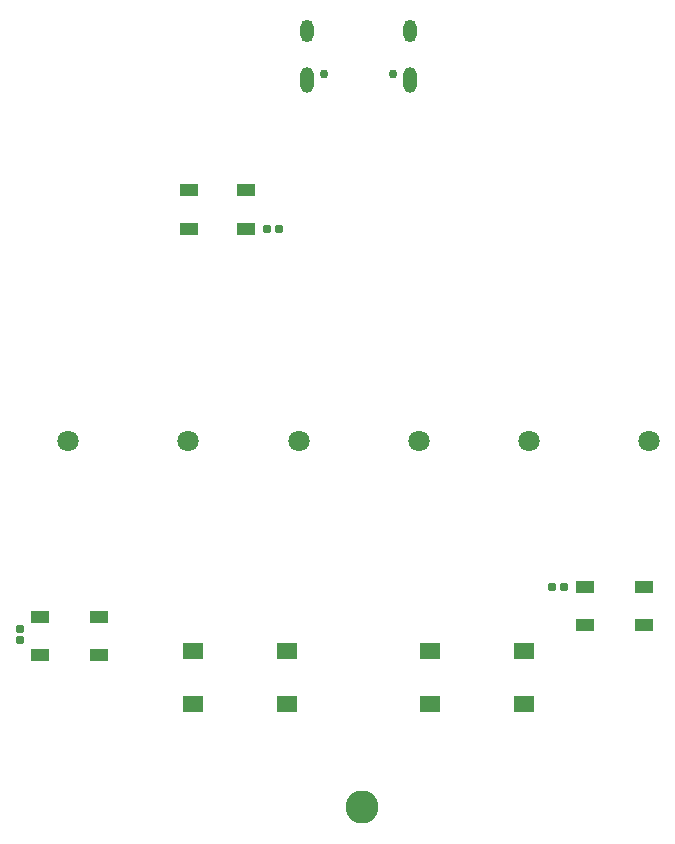
<source format=gbr>
G04 #@! TF.GenerationSoftware,KiCad,Pcbnew,(7.0.0-0)*
G04 #@! TF.CreationDate,2023-03-03T19:29:23-06:00*
G04 #@! TF.ProjectId,RP2040_minimal,52503230-3430-45f6-9d69-6e696d616c2e,REV1*
G04 #@! TF.SameCoordinates,Original*
G04 #@! TF.FileFunction,Soldermask,Top*
G04 #@! TF.FilePolarity,Negative*
%FSLAX46Y46*%
G04 Gerber Fmt 4.6, Leading zero omitted, Abs format (unit mm)*
G04 Created by KiCad (PCBNEW (7.0.0-0)) date 2023-03-03 19:29:23*
%MOMM*%
%LPD*%
G01*
G04 APERTURE LIST*
G04 Aperture macros list*
%AMRoundRect*
0 Rectangle with rounded corners*
0 $1 Rounding radius*
0 $2 $3 $4 $5 $6 $7 $8 $9 X,Y pos of 4 corners*
0 Add a 4 corners polygon primitive as box body*
4,1,4,$2,$3,$4,$5,$6,$7,$8,$9,$2,$3,0*
0 Add four circle primitives for the rounded corners*
1,1,$1+$1,$2,$3*
1,1,$1+$1,$4,$5*
1,1,$1+$1,$6,$7*
1,1,$1+$1,$8,$9*
0 Add four rect primitives between the rounded corners*
20,1,$1+$1,$2,$3,$4,$5,0*
20,1,$1+$1,$4,$5,$6,$7,0*
20,1,$1+$1,$6,$7,$8,$9,0*
20,1,$1+$1,$8,$9,$2,$3,0*%
G04 Aperture macros list end*
%ADD10RoundRect,0.051000X0.750000X0.450000X-0.750000X0.450000X-0.750000X-0.450000X0.750000X-0.450000X0*%
%ADD11RoundRect,0.191000X-0.140000X-0.170000X0.140000X-0.170000X0.140000X0.170000X-0.140000X0.170000X0*%
%ADD12RoundRect,0.051000X-0.775000X-0.650000X0.775000X-0.650000X0.775000X0.650000X-0.775000X0.650000X0*%
%ADD13C,1.802000*%
%ADD14C,2.802000*%
%ADD15RoundRect,0.051000X0.750570X-0.449580X0.750570X0.449580X-0.750570X0.449580X-0.750570X-0.449580X0*%
%ADD16C,0.752000*%
%ADD17O,1.102000X1.902000*%
%ADD18O,1.102000X2.202000*%
%ADD19RoundRect,0.191000X0.140000X0.170000X-0.140000X0.170000X-0.140000X-0.170000X0.140000X-0.170000X0*%
%ADD20RoundRect,0.191000X-0.170000X0.140000X-0.170000X-0.140000X0.170000X-0.140000X0.170000X0.140000X0*%
G04 APERTURE END LIST*
D10*
X90510000Y-82040000D03*
X90510000Y-78740000D03*
X85610000Y-78740000D03*
X85610000Y-82040000D03*
D11*
X92290000Y-82040000D03*
X93250000Y-82040000D03*
D12*
X86025000Y-117750000D03*
X93975000Y-117750000D03*
X86025000Y-122250000D03*
X93975000Y-122250000D03*
D13*
X114420000Y-100000000D03*
X124580000Y-100000000D03*
X94920000Y-100000000D03*
X105080000Y-100000000D03*
D12*
X106025000Y-117750000D03*
X113975000Y-117750000D03*
X106025000Y-122250000D03*
X113975000Y-122250000D03*
D13*
X75420000Y-100000000D03*
X85580000Y-100000000D03*
D14*
X100270000Y-130980000D03*
D15*
X119200640Y-112309800D03*
X119200640Y-115510200D03*
X124199360Y-115510200D03*
X124199360Y-112309800D03*
D16*
X97110000Y-68915000D03*
X102890000Y-68915000D03*
D17*
X95679999Y-65234999D03*
D18*
X95679999Y-69414999D03*
D17*
X104319999Y-65234999D03*
D18*
X104319999Y-69414999D03*
D15*
X73010000Y-114899600D03*
X73010000Y-118100000D03*
X78008720Y-118100000D03*
X78008720Y-114899600D03*
D19*
X117380000Y-112320000D03*
X116420000Y-112320000D03*
D20*
X71369360Y-115839800D03*
X71369360Y-116799800D03*
M02*

</source>
